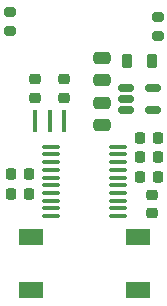
<source format=gtp>
G04 #@! TF.GenerationSoftware,KiCad,Pcbnew,7.0.8*
G04 #@! TF.CreationDate,2023-11-11T23:39:21-08:00*
G04 #@! TF.ProjectId,STM32F042-Mini,53544d33-3246-4303-9432-2d4d696e692e,rev?*
G04 #@! TF.SameCoordinates,Original*
G04 #@! TF.FileFunction,Paste,Top*
G04 #@! TF.FilePolarity,Positive*
%FSLAX46Y46*%
G04 Gerber Fmt 4.6, Leading zero omitted, Abs format (unit mm)*
G04 Created by KiCad (PCBNEW 7.0.8) date 2023-11-11 23:39:21*
%MOMM*%
%LPD*%
G01*
G04 APERTURE LIST*
G04 Aperture macros list*
%AMRoundRect*
0 Rectangle with rounded corners*
0 $1 Rounding radius*
0 $2 $3 $4 $5 $6 $7 $8 $9 X,Y pos of 4 corners*
0 Add a 4 corners polygon primitive as box body*
4,1,4,$2,$3,$4,$5,$6,$7,$8,$9,$2,$3,0*
0 Add four circle primitives for the rounded corners*
1,1,$1+$1,$2,$3*
1,1,$1+$1,$4,$5*
1,1,$1+$1,$6,$7*
1,1,$1+$1,$8,$9*
0 Add four rect primitives between the rounded corners*
20,1,$1+$1,$2,$3,$4,$5,0*
20,1,$1+$1,$4,$5,$6,$7,0*
20,1,$1+$1,$6,$7,$8,$9,0*
20,1,$1+$1,$8,$9,$2,$3,0*%
G04 Aperture macros list end*
%ADD10R,0.400000X1.900000*%
%ADD11RoundRect,0.150000X-0.512500X-0.150000X0.512500X-0.150000X0.512500X0.150000X-0.512500X0.150000X0*%
%ADD12RoundRect,0.100000X-0.637500X-0.100000X0.637500X-0.100000X0.637500X0.100000X-0.637500X0.100000X0*%
%ADD13R,2.100000X1.400000*%
%ADD14RoundRect,0.200000X0.275000X-0.200000X0.275000X0.200000X-0.275000X0.200000X-0.275000X-0.200000X0*%
%ADD15RoundRect,0.200000X-0.275000X0.200000X-0.275000X-0.200000X0.275000X-0.200000X0.275000X0.200000X0*%
%ADD16RoundRect,0.218750X0.218750X0.381250X-0.218750X0.381250X-0.218750X-0.381250X0.218750X-0.381250X0*%
%ADD17RoundRect,0.250000X0.475000X-0.250000X0.475000X0.250000X-0.475000X0.250000X-0.475000X-0.250000X0*%
%ADD18RoundRect,0.225000X0.250000X-0.225000X0.250000X0.225000X-0.250000X0.225000X-0.250000X-0.225000X0*%
%ADD19RoundRect,0.225000X0.225000X0.250000X-0.225000X0.250000X-0.225000X-0.250000X0.225000X-0.250000X0*%
%ADD20RoundRect,0.225000X-0.225000X-0.250000X0.225000X-0.250000X0.225000X0.250000X-0.225000X0.250000X0*%
G04 APERTURE END LIST*
D10*
X68220000Y-55850000D03*
X69420000Y-55850000D03*
X70620000Y-55850000D03*
D11*
X75922500Y-53025000D03*
X75922500Y-53975000D03*
X75922500Y-54925000D03*
X78197500Y-54925000D03*
X78197500Y-53025000D03*
D12*
X69527500Y-58035000D03*
X69527500Y-58685000D03*
X69527500Y-59335000D03*
X69527500Y-59985000D03*
X69527500Y-60635000D03*
X69527500Y-61285000D03*
X69527500Y-61935000D03*
X69527500Y-62585000D03*
X69527500Y-63235000D03*
X69527500Y-63885000D03*
X75252500Y-63885000D03*
X75252500Y-63235000D03*
X75252500Y-62585000D03*
X75252500Y-61935000D03*
X75252500Y-61285000D03*
X75252500Y-60635000D03*
X75252500Y-59985000D03*
X75252500Y-59335000D03*
X75252500Y-58685000D03*
X75252500Y-58035000D03*
D13*
X76940000Y-70195000D03*
X76940000Y-65695000D03*
X67840000Y-70195000D03*
X67840000Y-65695000D03*
D14*
X78590000Y-48685000D03*
X78590000Y-47035000D03*
D15*
X66040000Y-48260000D03*
X66040000Y-46610000D03*
D16*
X78122500Y-50800000D03*
X75997500Y-50800000D03*
D17*
X73885000Y-56195000D03*
X73885000Y-54295000D03*
X73885000Y-52385000D03*
X73885000Y-50485000D03*
D18*
X70620000Y-53875000D03*
X70620000Y-52325000D03*
X68210000Y-53875000D03*
X68210000Y-52325000D03*
X78100000Y-63680000D03*
X78100000Y-62130000D03*
D19*
X67704000Y-62030000D03*
X66154000Y-62030000D03*
X67704000Y-60379000D03*
X66154000Y-60379000D03*
D20*
X77076000Y-57277000D03*
X78626000Y-57277000D03*
X78626000Y-58928000D03*
X77076000Y-58928000D03*
X77076000Y-60579000D03*
X78626000Y-60579000D03*
M02*

</source>
